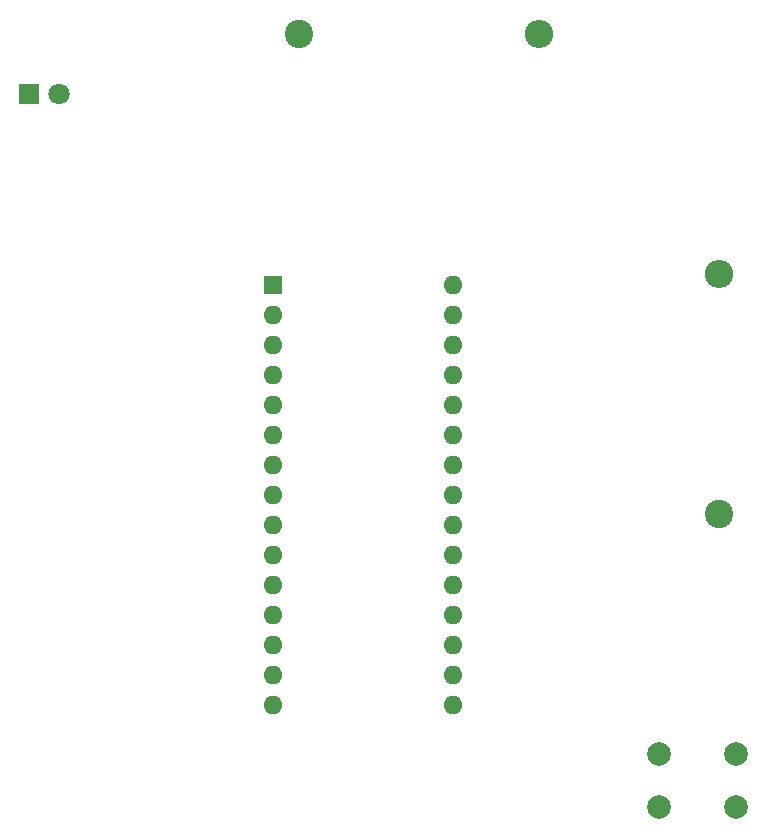
<source format=gbr>
%TF.GenerationSoftware,KiCad,Pcbnew,(7.0.0-0)*%
%TF.CreationDate,2023-02-25T08:41:13-08:00*%
%TF.ProjectId,Intro Projct,496e7472-6f20-4507-926f-6a63742e6b69,rev?*%
%TF.SameCoordinates,Original*%
%TF.FileFunction,Soldermask,Bot*%
%TF.FilePolarity,Negative*%
%FSLAX46Y46*%
G04 Gerber Fmt 4.6, Leading zero omitted, Abs format (unit mm)*
G04 Created by KiCad (PCBNEW (7.0.0-0)) date 2023-02-25 08:41:13*
%MOMM*%
%LPD*%
G01*
G04 APERTURE LIST*
%ADD10C,2.000000*%
%ADD11C,2.400000*%
%ADD12O,2.400000X2.400000*%
%ADD13R,1.800000X1.800000*%
%ADD14C,1.800000*%
%ADD15R,1.600000X1.600000*%
%ADD16O,1.600000X1.600000*%
G04 APERTURE END LIST*
D10*
%TO.C,SW1*%
X160020000Y-96520000D03*
X166520000Y-96520000D03*
X160020000Y-101020000D03*
X166520000Y-101020000D03*
%TD*%
D11*
%TO.C,R2*%
X129540000Y-35560000D03*
D12*
X149859999Y-35559999D03*
%TD*%
D11*
%TO.C,R1*%
X165100000Y-76200000D03*
D12*
X165099999Y-55879999D03*
%TD*%
D13*
%TO.C,D1*%
X106679999Y-40639999D03*
D14*
X109220000Y-40640000D03*
%TD*%
D15*
%TO.C,A1*%
X127309999Y-56789999D03*
D16*
X127309999Y-59329999D03*
X127309999Y-61869999D03*
X127309999Y-64409999D03*
X127309999Y-66949999D03*
X127309999Y-69489999D03*
X127309999Y-72029999D03*
X127309999Y-74569999D03*
X127309999Y-77109999D03*
X127309999Y-79649999D03*
X127309999Y-82189999D03*
X127309999Y-84729999D03*
X127309999Y-87269999D03*
X127309999Y-89809999D03*
X127309999Y-92349999D03*
X142549999Y-92349999D03*
X142549999Y-89809999D03*
X142549999Y-87269999D03*
X142549999Y-84729999D03*
X142549999Y-82189999D03*
X142549999Y-79649999D03*
X142549999Y-77109999D03*
X142549999Y-74569999D03*
X142549999Y-72029999D03*
X142549999Y-69489999D03*
X142549999Y-66949999D03*
X142549999Y-64409999D03*
X142549999Y-61869999D03*
X142549999Y-59329999D03*
X142549999Y-56789999D03*
%TD*%
M02*

</source>
